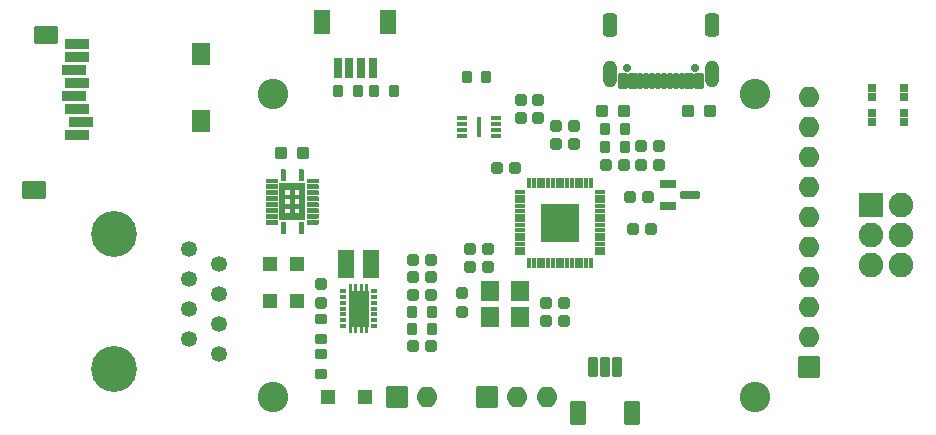
<source format=gbr>
%TF.GenerationSoftware,KiCad,Pcbnew,8.0.2*%
%TF.CreationDate,2024-06-01T22:09:35-05:00*%
%TF.ProjectId,GP2040-RE,47503230-3430-42d5-9245-2e6b69636164,rev?*%
%TF.SameCoordinates,Original*%
%TF.FileFunction,Soldermask,Top*%
%TF.FilePolarity,Negative*%
%FSLAX46Y46*%
G04 Gerber Fmt 4.6, Leading zero omitted, Abs format (unit mm)*
G04 Created by KiCad (PCBNEW 8.0.2) date 2024-06-01 22:09:35*
%MOMM*%
%LPD*%
G01*
G04 APERTURE LIST*
G04 Aperture macros list*
%AMRoundRect*
0 Rectangle with rounded corners*
0 $1 Rounding radius*
0 $2 $3 $4 $5 $6 $7 $8 $9 X,Y pos of 4 corners*
0 Add a 4 corners polygon primitive as box body*
4,1,4,$2,$3,$4,$5,$6,$7,$8,$9,$2,$3,0*
0 Add four circle primitives for the rounded corners*
1,1,$1+$1,$2,$3*
1,1,$1+$1,$4,$5*
1,1,$1+$1,$6,$7*
1,1,$1+$1,$8,$9*
0 Add four rect primitives between the rounded corners*
20,1,$1+$1,$2,$3,$4,$5,0*
20,1,$1+$1,$4,$5,$6,$7,0*
20,1,$1+$1,$6,$7,$8,$9,0*
20,1,$1+$1,$8,$9,$2,$3,0*%
G04 Aperture macros list end*
%ADD10C,0.000000*%
%ADD11RoundRect,0.244050X-0.244050X-0.269050X0.244050X-0.269050X0.244050X0.269050X-0.244050X0.269050X0*%
%ADD12RoundRect,0.038100X-0.698500X0.901700X-0.698500X-0.901700X0.698500X-0.901700X0.698500X0.901700X0*%
%ADD13RoundRect,0.038100X-0.952500X0.698500X-0.952500X-0.698500X0.952500X-0.698500X0.952500X0.698500X0*%
%ADD14RoundRect,0.038100X-1.003300X0.406400X-1.003300X-0.406400X1.003300X-0.406400X1.003300X0.406400X0*%
%ADD15RoundRect,0.219050X-0.219050X-0.294050X0.219050X-0.294050X0.219050X0.294050X-0.219050X0.294050X0*%
%ADD16RoundRect,0.038100X0.850000X-0.850000X0.850000X0.850000X-0.850000X0.850000X-0.850000X-0.850000X0*%
%ADD17O,1.776200X1.776200*%
%ADD18RoundRect,0.219050X-0.294050X0.219050X-0.294050X-0.219050X0.294050X-0.219050X0.294050X0.219050X0*%
%ADD19RoundRect,0.244050X0.269050X-0.244050X0.269050X0.244050X-0.269050X0.244050X-0.269050X-0.244050X0*%
%ADD20C,2.576200*%
%ADD21RoundRect,0.256550X0.269050X0.256550X-0.269050X0.256550X-0.269050X-0.256550X0.269050X-0.256550X0*%
%ADD22RoundRect,0.219050X0.219050X0.294050X-0.219050X0.294050X-0.219050X-0.294050X0.219050X-0.294050X0*%
%ADD23RoundRect,0.244050X-0.269050X0.244050X-0.269050X-0.244050X0.269050X-0.244050X0.269050X0.244050X0*%
%ADD24RoundRect,0.038100X-0.571500X-0.546100X0.571500X-0.546100X0.571500X0.546100X-0.571500X0.546100X0*%
%ADD25RoundRect,0.244050X0.244050X0.269050X-0.244050X0.269050X-0.244050X-0.269050X0.244050X-0.269050X0*%
%ADD26RoundRect,0.256550X-0.269050X-0.256550X0.269050X-0.256550X0.269050X0.256550X-0.269050X0.256550X0*%
%ADD27C,0.726200*%
%ADD28RoundRect,0.102000X0.300000X0.575000X-0.300000X0.575000X-0.300000X-0.575000X0.300000X-0.575000X0*%
%ADD29RoundRect,0.102000X0.150000X0.575000X-0.150000X0.575000X-0.150000X-0.575000X0.150000X-0.575000X0*%
%ADD30O,1.204000X2.304000*%
%ADD31RoundRect,0.301000X0.301000X0.701000X-0.301000X0.701000X-0.301000X-0.701000X0.301000X-0.701000X0*%
%ADD32RoundRect,0.038100X0.406400X-0.088900X0.406400X0.088900X-0.406400X0.088900X-0.406400X-0.088900X0*%
%ADD33RoundRect,0.038100X-0.088900X-0.406400X0.088900X-0.406400X0.088900X0.406400X-0.088900X0.406400X0*%
%ADD34RoundRect,0.038100X-1.600200X-1.600200X1.600200X-1.600200X1.600200X1.600200X-1.600200X1.600200X0*%
%ADD35RoundRect,0.038100X0.546100X-0.571500X0.546100X0.571500X-0.546100X0.571500X-0.546100X-0.571500X0*%
%ADD36RoundRect,0.038100X0.850000X0.850000X-0.850000X0.850000X-0.850000X-0.850000X0.850000X-0.850000X0*%
%ADD37RoundRect,0.038100X-0.406400X-0.127000X0.406400X-0.127000X0.406400X0.127000X-0.406400X0.127000X0*%
%ADD38RoundRect,0.038100X-0.127000X-0.825500X0.127000X-0.825500X0.127000X0.825500X-0.127000X0.825500X0*%
%ADD39RoundRect,0.038100X0.228600X0.152400X-0.228600X0.152400X-0.228600X-0.152400X0.228600X-0.152400X0*%
%ADD40RoundRect,0.038100X0.812800X1.447800X-0.812800X1.447800X-0.812800X-1.447800X0.812800X-1.447800X0*%
%ADD41RoundRect,0.038100X-0.330200X-0.774700X0.330200X-0.774700X0.330200X0.774700X-0.330200X0.774700X0*%
%ADD42RoundRect,0.038100X0.647700X-0.952500X0.647700X0.952500X-0.647700X0.952500X-0.647700X-0.952500X0*%
%ADD43RoundRect,0.038100X0.602800X1.181100X-0.602800X1.181100X-0.602800X-1.181100X0.602800X-1.181100X0*%
%ADD44C,1.346200*%
%ADD45C,3.886200*%
%ADD46RoundRect,0.038100X-0.750000X-0.800000X0.750000X-0.800000X0.750000X0.800000X-0.750000X0.800000X0*%
%ADD47RoundRect,0.038100X0.140000X0.425000X-0.140000X0.425000X-0.140000X-0.425000X0.140000X-0.425000X0*%
%ADD48RoundRect,0.038100X-0.425000X0.140000X-0.425000X-0.140000X0.425000X-0.140000X0.425000X0.140000X0*%
%ADD49RoundRect,0.102000X0.300000X-0.775000X0.300000X0.775000X-0.300000X0.775000X-0.300000X-0.775000X0*%
%ADD50RoundRect,0.102000X0.600000X0.900000X-0.600000X0.900000X-0.600000X-0.900000X0.600000X-0.900000X0*%
%ADD51RoundRect,0.102000X0.937500X-0.937500X0.937500X0.937500X-0.937500X0.937500X-0.937500X-0.937500X0*%
%ADD52C,2.079000*%
%ADD53RoundRect,0.102000X0.275000X0.275000X-0.275000X0.275000X-0.275000X-0.275000X0.275000X-0.275000X0*%
%ADD54RoundRect,0.038100X-0.660400X0.279400X-0.660400X-0.279400X0.660400X-0.279400X0.660400X0.279400X0*%
%ADD55RoundRect,0.038100X-0.793750X0.279400X-0.793750X-0.279400X0.793750X-0.279400X0.793750X0.279400X0*%
%ADD56RoundRect,0.219050X0.294050X-0.219050X0.294050X0.219050X-0.294050X0.219050X-0.294050X-0.219050X0*%
G04 APERTURE END LIST*
D10*
%TO.C,U4*%
G36*
X108266811Y-92892208D02*
G01*
X108472937Y-92892208D01*
X108472937Y-92282608D01*
X108726937Y-92282608D01*
X108726937Y-92892208D01*
X108933063Y-92892208D01*
X108933063Y-92282608D01*
X109187063Y-92282608D01*
X109187063Y-92892208D01*
X109393189Y-92892208D01*
X109393189Y-92282608D01*
X109647189Y-92282608D01*
X109647189Y-92892208D01*
X109642800Y-92892200D01*
X109642800Y-95787800D01*
X109647189Y-95787792D01*
X109647189Y-96397392D01*
X109393189Y-96397392D01*
X109393189Y-95787792D01*
X109187063Y-95787792D01*
X109187063Y-96397392D01*
X108933063Y-96397392D01*
X108933063Y-95787792D01*
X108726937Y-95787792D01*
X108726937Y-96397392D01*
X108472937Y-96397392D01*
X108472937Y-95787792D01*
X108266811Y-95787792D01*
X108266811Y-96397392D01*
X108012811Y-96397392D01*
X108012811Y-95787792D01*
X108017200Y-95787800D01*
X108017200Y-92892200D01*
X108012811Y-92892208D01*
X108012811Y-92282608D01*
X108266811Y-92282608D01*
X108266811Y-92892208D01*
G37*
%TO.C,U3*%
G36*
X101989596Y-83749597D02*
G01*
X101000403Y-83749597D01*
X101000403Y-83330405D01*
X101989596Y-83330405D01*
X101989596Y-83749597D01*
G37*
G36*
X101989596Y-84249596D02*
G01*
X101000403Y-84249596D01*
X101000403Y-83830404D01*
X101989596Y-83830404D01*
X101989596Y-84249596D01*
G37*
G36*
X101989596Y-84749597D02*
G01*
X101000403Y-84749597D01*
X101000403Y-84330403D01*
X101989596Y-84330403D01*
X101989596Y-84749597D01*
G37*
G36*
X101989596Y-85249596D02*
G01*
X101000403Y-85249596D01*
X101000403Y-84830405D01*
X101989596Y-84830405D01*
X101989596Y-85249596D01*
G37*
G36*
X101989596Y-85749595D02*
G01*
X101000403Y-85749595D01*
X101000403Y-85330404D01*
X101989596Y-85330404D01*
X101989596Y-85749595D01*
G37*
G36*
X101989596Y-86249597D02*
G01*
X101000403Y-86249597D01*
X101000403Y-85830405D01*
X101989596Y-85830405D01*
X101989596Y-86249597D01*
G37*
G36*
X101989596Y-86749596D02*
G01*
X101000403Y-86749596D01*
X101000403Y-86330404D01*
X101989596Y-86330404D01*
X101989596Y-86749596D01*
G37*
G36*
X101989596Y-87249597D02*
G01*
X101000403Y-87249597D01*
X101000403Y-86830403D01*
X101989596Y-86830403D01*
X101989596Y-87249597D01*
G37*
G36*
X102626300Y-86878499D02*
G01*
X102131500Y-86878499D01*
X102131500Y-83701501D01*
X102626300Y-83701501D01*
X102626300Y-86878499D01*
G37*
G36*
X102679597Y-83559595D02*
G01*
X102260403Y-83559595D01*
X102260403Y-82570404D01*
X102679597Y-82570404D01*
X102679597Y-83559595D01*
G37*
G36*
X102679597Y-88009596D02*
G01*
X102260403Y-88009596D01*
X102260403Y-87020405D01*
X102679597Y-87020405D01*
X102679597Y-88009596D01*
G37*
G36*
X103413700Y-86878499D02*
G01*
X103026300Y-86878499D01*
X103026300Y-83701501D01*
X103413700Y-83701501D01*
X103413700Y-86878499D01*
G37*
G36*
X104179597Y-83559595D02*
G01*
X103760403Y-83559595D01*
X103760403Y-82570404D01*
X104179597Y-82570404D01*
X104179597Y-83559595D01*
G37*
G36*
X104179597Y-88009596D02*
G01*
X103760403Y-88009596D01*
X103760403Y-87020405D01*
X104179597Y-87020405D01*
X104179597Y-88009596D01*
G37*
G36*
X104308500Y-84302600D02*
G01*
X102131500Y-84302600D01*
X102131500Y-83701501D01*
X104308500Y-83701501D01*
X104308500Y-84302600D01*
G37*
G36*
X104308500Y-85090000D02*
G01*
X102131500Y-85090000D01*
X102131500Y-84702600D01*
X104308500Y-84702600D01*
X104308500Y-85090000D01*
G37*
G36*
X104308500Y-85877400D02*
G01*
X102131500Y-85877400D01*
X102131500Y-85490000D01*
X104308500Y-85490000D01*
X104308500Y-85877400D01*
G37*
G36*
X104308500Y-86878499D02*
G01*
X102131500Y-86878499D01*
X102131500Y-86277400D01*
X104308500Y-86277400D01*
X104308500Y-86878499D01*
G37*
G36*
X104308500Y-86878499D02*
G01*
X103813700Y-86878499D01*
X103813700Y-83701501D01*
X104308500Y-83701501D01*
X104308500Y-86878499D01*
G37*
G36*
X105439597Y-83749597D02*
G01*
X104450404Y-83749597D01*
X104450404Y-83330403D01*
X105439597Y-83330403D01*
X105439597Y-83749597D01*
G37*
G36*
X105439597Y-84249596D02*
G01*
X104450404Y-84249596D01*
X104450404Y-83830404D01*
X105439597Y-83830404D01*
X105439597Y-84249596D01*
G37*
G36*
X105439597Y-84749595D02*
G01*
X104450404Y-84749595D01*
X104450404Y-84330403D01*
X105439597Y-84330403D01*
X105439597Y-84749595D01*
G37*
G36*
X105439597Y-85249596D02*
G01*
X104450404Y-85249596D01*
X104450404Y-84830405D01*
X105439597Y-84830405D01*
X105439597Y-85249596D01*
G37*
G36*
X105439597Y-85749595D02*
G01*
X104450404Y-85749595D01*
X104450404Y-85330404D01*
X105439597Y-85330404D01*
X105439597Y-85749595D01*
G37*
G36*
X105439597Y-86249597D02*
G01*
X104450404Y-86249597D01*
X104450404Y-85830403D01*
X105439597Y-85830403D01*
X105439597Y-86249597D01*
G37*
G36*
X105439597Y-86749596D02*
G01*
X104450404Y-86749596D01*
X104450404Y-86330404D01*
X105439597Y-86330404D01*
X105439597Y-86749596D01*
G37*
G36*
X105439597Y-87249595D02*
G01*
X104450404Y-87249595D01*
X104450404Y-86830403D01*
X105439597Y-86830403D01*
X105439597Y-87249595D01*
G37*
%TD*%
D11*
%TO.C,C7*%
X131785000Y-84920000D03*
X133335000Y-84920000D03*
%TD*%
D12*
%TO.C,J6*%
X95504000Y-72785999D03*
X95504000Y-78486000D03*
D13*
X82353998Y-71185999D03*
X81353998Y-84336001D03*
D14*
X84953998Y-79676000D03*
X85353997Y-78575926D03*
X84953998Y-77476000D03*
X84753998Y-76375999D03*
X84953998Y-75275999D03*
X84753998Y-74175999D03*
X84953998Y-73075998D03*
X84953998Y-71975998D03*
%TD*%
D15*
%TO.C,R13*%
X129715000Y-80664000D03*
X131365000Y-80664000D03*
%TD*%
D16*
%TO.C,J5*%
X119675000Y-101798000D03*
D17*
X122215000Y-101798000D03*
X124755000Y-101798000D03*
%TD*%
D18*
%TO.C,R6*%
X105650000Y-98205000D03*
X105650000Y-99855000D03*
%TD*%
D19*
%TO.C,C11*%
X125530000Y-80415000D03*
X125530000Y-78865000D03*
%TD*%
%TO.C,C18*%
X105650000Y-93838400D03*
X105650000Y-92288400D03*
%TD*%
D11*
%TO.C,C17*%
X113415000Y-91690000D03*
X114965000Y-91690000D03*
%TD*%
D20*
%TO.C,H4*%
X101600000Y-76200000D03*
%TD*%
D19*
%TO.C,C10*%
X127054000Y-80415000D03*
X127054000Y-78865000D03*
%TD*%
D21*
%TO.C,R14*%
X104102500Y-81150000D03*
X102277500Y-81150000D03*
%TD*%
D22*
%TO.C,R8*%
X115015000Y-94620000D03*
X113365000Y-94620000D03*
%TD*%
D15*
%TO.C,R12*%
X129715000Y-79140000D03*
X131365000Y-79140000D03*
%TD*%
D19*
%TO.C,C1*%
X122570000Y-78235000D03*
X122570000Y-76685000D03*
%TD*%
D20*
%TO.C,H1*%
X142370000Y-76140000D03*
%TD*%
D23*
%TO.C,C9*%
X126220000Y-93865000D03*
X126220000Y-95415000D03*
%TD*%
D11*
%TO.C,C15*%
X113425000Y-97540000D03*
X114975000Y-97540000D03*
%TD*%
D23*
%TO.C,C8*%
X124700000Y-93865000D03*
X124700000Y-95415000D03*
%TD*%
D24*
%TO.C,D5*%
X106283300Y-101798000D03*
X109356700Y-101798000D03*
%TD*%
D25*
%TO.C,C4*%
X122095000Y-82480000D03*
X120545000Y-82480000D03*
%TD*%
D23*
%TO.C,C3*%
X117630000Y-93038000D03*
X117630000Y-94588000D03*
%TD*%
D26*
%TO.C,R5*%
X129457500Y-77650000D03*
X131282500Y-77650000D03*
%TD*%
D19*
%TO.C,C14*%
X132750000Y-82165000D03*
X132750000Y-80615000D03*
%TD*%
D11*
%TO.C,C16*%
X113415000Y-93150000D03*
X114965000Y-93150000D03*
%TD*%
D27*
%TO.C,J4*%
X137340000Y-74000000D03*
X131560000Y-74000000D03*
D28*
X137650000Y-75075000D03*
X136850000Y-75075000D03*
D29*
X135700000Y-75075000D03*
X134700000Y-75075000D03*
X134200000Y-75075000D03*
X133200000Y-75075000D03*
D28*
X131250000Y-75075000D03*
X132050000Y-75075000D03*
D29*
X132700000Y-75075000D03*
X133700000Y-75075000D03*
X135200000Y-75075000D03*
X136200000Y-75075000D03*
D30*
X138770000Y-74500000D03*
X130130000Y-74500000D03*
D31*
X138770000Y-70320000D03*
X130130000Y-70320000D03*
%TD*%
D16*
%TO.C,J9*%
X112088000Y-101798000D03*
D17*
X114628000Y-101798000D03*
%TD*%
D32*
%TO.C,U1*%
X122486400Y-84470000D03*
X122486400Y-84869999D03*
X122486400Y-85270001D03*
X122486400Y-85670000D03*
X122486400Y-86069999D03*
X122486400Y-86470001D03*
X122486400Y-86870000D03*
X122486400Y-87270000D03*
X122486400Y-87669999D03*
X122486400Y-88070001D03*
X122486400Y-88470000D03*
X122486400Y-88869999D03*
X122486400Y-89270001D03*
X122486400Y-89670000D03*
D33*
X123290000Y-90473600D03*
X123689999Y-90473600D03*
X124090001Y-90473600D03*
X124490000Y-90473600D03*
X124889999Y-90473600D03*
X125290001Y-90473600D03*
X125690000Y-90473600D03*
X126090000Y-90473600D03*
X126489999Y-90473600D03*
X126890001Y-90473600D03*
X127290000Y-90473600D03*
X127689999Y-90473600D03*
X128090001Y-90473600D03*
X128490000Y-90473600D03*
D32*
X129293600Y-89670000D03*
X129293600Y-89270001D03*
X129293600Y-88869999D03*
X129293600Y-88470000D03*
X129293600Y-88070001D03*
X129293600Y-87669999D03*
X129293600Y-87270000D03*
X129293600Y-86870000D03*
X129293600Y-86470001D03*
X129293600Y-86069999D03*
X129293600Y-85670000D03*
X129293600Y-85270001D03*
X129293600Y-84869999D03*
X129293600Y-84470000D03*
D33*
X128490000Y-83666400D03*
X128090001Y-83666400D03*
X127689999Y-83666400D03*
X127290000Y-83666400D03*
X126890001Y-83666400D03*
X126489999Y-83666400D03*
X126090000Y-83666400D03*
X125690000Y-83666400D03*
X125290001Y-83666400D03*
X124889999Y-83666400D03*
X124490000Y-83666400D03*
X124090001Y-83666400D03*
X123689999Y-83666400D03*
X123290000Y-83666400D03*
D34*
X125890000Y-87070000D03*
%TD*%
D15*
%TO.C,R9*%
X113375000Y-96080000D03*
X115025000Y-96080000D03*
%TD*%
D35*
%TO.C,D4*%
X103650000Y-93666700D03*
X103650000Y-90593300D03*
%TD*%
D25*
%TO.C,C5*%
X119812000Y-89290000D03*
X118262000Y-89290000D03*
%TD*%
D36*
%TO.C,J8*%
X146930000Y-99290000D03*
D17*
X146930000Y-96750000D03*
X146930000Y-94210000D03*
X146930000Y-91670000D03*
X146930000Y-89130000D03*
X146930000Y-86590000D03*
X146930000Y-84050000D03*
X146930000Y-81510000D03*
X146930000Y-78970000D03*
X146930000Y-76430000D03*
%TD*%
D22*
%TO.C,R3*%
X108775000Y-75946000D03*
X107125000Y-75946000D03*
%TD*%
D37*
%TO.C,U2*%
X117602200Y-78239999D03*
X117602200Y-78740000D03*
X117602200Y-79240000D03*
X117602200Y-79740001D03*
X120497800Y-79740001D03*
X120497800Y-79240000D03*
X120497800Y-78740000D03*
X120497800Y-78239999D03*
D38*
X119050000Y-78990000D03*
%TD*%
D11*
%TO.C,C12*%
X129765000Y-82160000D03*
X131315000Y-82160000D03*
%TD*%
D39*
%TO.C,U4*%
X110155001Y-95840378D03*
X110155001Y-95340252D03*
X110155001Y-94840126D03*
X110155001Y-94340000D03*
X110155001Y-93839874D03*
X110155001Y-93339748D03*
X110155001Y-92839622D03*
X107504999Y-92839622D03*
X107504999Y-93339748D03*
X107504999Y-93839874D03*
X107504999Y-94340000D03*
X107504999Y-94840126D03*
X107504999Y-95340252D03*
X107504999Y-95840378D03*
D40*
X108830000Y-94340000D03*
%TD*%
D11*
%TO.C,C19*%
X113415000Y-90230000D03*
X114965000Y-90230000D03*
%TD*%
D41*
%TO.C,J1*%
X110056250Y-73980500D03*
X109056249Y-73980500D03*
X108056251Y-73980500D03*
X107056250Y-73980500D03*
D42*
X105756251Y-70105499D03*
X111356249Y-70105499D03*
%TD*%
D43*
%TO.C,L1*%
X109929000Y-90600000D03*
X107731000Y-90600000D03*
%TD*%
D15*
%TO.C,R2*%
X110173000Y-75946000D03*
X111823000Y-75946000D03*
%TD*%
D22*
%TO.C,R1*%
X119625000Y-74750000D03*
X117975000Y-74750000D03*
%TD*%
D11*
%TO.C,C6*%
X132045000Y-87640000D03*
X133595000Y-87640000D03*
%TD*%
D44*
%TO.C,J7*%
X94462700Y-89293700D03*
X97002700Y-90563700D03*
X94462700Y-91833700D03*
X97002700Y-93103700D03*
X94462700Y-94373700D03*
X97002700Y-95643700D03*
X94462700Y-96913700D03*
X97002700Y-98183700D03*
D45*
X88112700Y-88023700D03*
X88112700Y-99453700D03*
%TD*%
D19*
%TO.C,C13*%
X134240000Y-82165000D03*
X134240000Y-80615000D03*
%TD*%
D20*
%TO.C,H3*%
X101600000Y-101854000D03*
%TD*%
D46*
%TO.C,XTAL1*%
X119940000Y-95040000D03*
X122480000Y-95040000D03*
X122480000Y-92840000D03*
X119940000Y-92840000D03*
%TD*%
D47*
%TO.C,U3*%
X103970001Y-87514999D03*
D48*
X104945000Y-87039999D03*
X104945000Y-86540000D03*
X104945000Y-86040001D03*
X104945000Y-85540000D03*
X104945000Y-85040000D03*
X104945000Y-84539999D03*
X104945000Y-84040000D03*
X104945000Y-83540001D03*
D47*
X103970001Y-83065001D03*
X102469999Y-83065001D03*
D48*
X101495000Y-83540001D03*
X101495000Y-84040000D03*
X101495000Y-84539999D03*
X101495000Y-85040000D03*
X101495000Y-85540000D03*
X101495000Y-86040001D03*
X101495000Y-86540000D03*
X101495000Y-87039999D03*
D47*
X102469999Y-87514999D03*
%TD*%
D25*
%TO.C,C20*%
X119810000Y-90788000D03*
X118260000Y-90788000D03*
%TD*%
D49*
%TO.C,J3*%
X128680000Y-99290000D03*
X129680000Y-99290000D03*
X130680000Y-99290000D03*
D50*
X127380000Y-103165000D03*
X131980000Y-103165000D03*
%TD*%
D51*
%TO.C,J2*%
X152250000Y-85560000D03*
D52*
X154790000Y-85560000D03*
X152250000Y-88100000D03*
X154790000Y-88100000D03*
X152250000Y-90640000D03*
X154790000Y-90640000D03*
%TD*%
D53*
%TO.C,S1*%
X154975000Y-76425000D03*
X154975000Y-75675000D03*
X152325000Y-76425000D03*
X152325000Y-75675000D03*
%TD*%
%TO.C,S2*%
X154973000Y-78553000D03*
X154973000Y-77803000D03*
X152323000Y-78553000D03*
X152323000Y-77803000D03*
%TD*%
D54*
%TO.C,R11*%
X135004000Y-83769999D03*
X135004000Y-85670001D03*
D55*
X136902650Y-84720000D03*
%TD*%
D19*
%TO.C,C2*%
X124030000Y-78235000D03*
X124030000Y-76685000D03*
%TD*%
D35*
%TO.C,D3*%
X101320000Y-93656700D03*
X101320000Y-90583300D03*
%TD*%
D20*
%TO.C,H2*%
X142370000Y-101794000D03*
%TD*%
D56*
%TO.C,R7*%
X105650000Y-96895000D03*
X105650000Y-95245000D03*
%TD*%
D26*
%TO.C,R4*%
X136767500Y-77650000D03*
X138592500Y-77650000D03*
%TD*%
M02*

</source>
